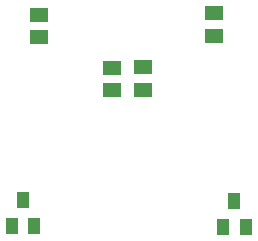
<source format=gbr>
G04 EAGLE Gerber RS-274X export*
G75*
%MOMM*%
%FSLAX34Y34*%
%LPD*%
%INSolderpaste Top*%
%IPPOS*%
%AMOC8*
5,1,8,0,0,1.08239X$1,22.5*%
G01*
%ADD10R,1.500000X1.300000*%
%ADD11R,1.000000X1.400000*%


D10*
X52324Y212700D03*
X52324Y193700D03*
X114300Y167742D03*
X114300Y148742D03*
X140462Y167996D03*
X140462Y148996D03*
X200660Y213716D03*
X200660Y194716D03*
D11*
X217678Y54942D03*
X227178Y32942D03*
X208178Y32942D03*
X38862Y55704D03*
X48362Y33704D03*
X29362Y33704D03*
M02*

</source>
